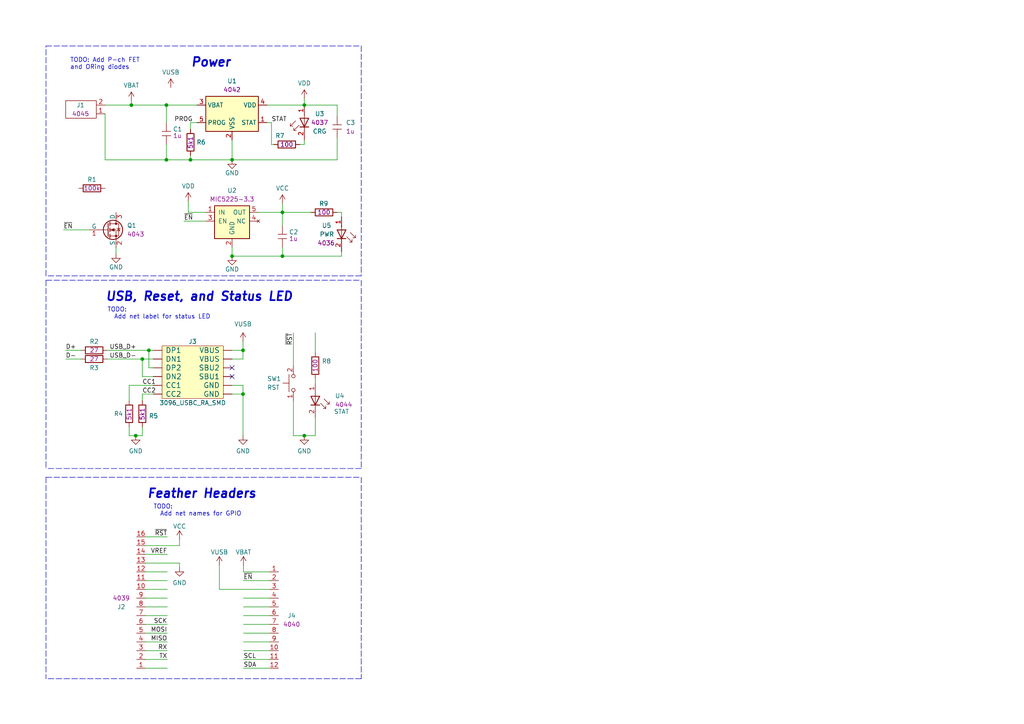
<source format=kicad_sch>
(kicad_sch (version 20211123) (generator eeschema)
  (paper "A4")
  (lib_symbols
    (symbol "Shulltronics_Connectors:3096_USBC_RA_SMD" (pin_numbers hide) (pin_names (offset 1.016))
      (property "Reference" "J" (at 0 8.89 0))
      (property "Value" "3096_USBC_RA_SMD" (at 0 -8.89 0))
      (symbol "3096_USBC_RA_SMD_1_1"
        (rectangle (start -8.89 7.62) (end 8.89 -7.62) (stroke (width 0.127)) (fill (type background)))
        (pin power_in line (at 11.43 -6.35 180) (length 2.54) (name "GND") (number "A1/B12"))
        (pin power_in line (at 11.43 3.81 180) (length 2.54) (name "VBUS") (number "A4/B9"))
        (pin bidirectional line (at -11.43 -3.81 0) (length 2.54) (name "CC1") (number "A5"))
        (pin bidirectional line (at -11.43 6.35 0) (length 2.54) (name "DP1") (number "A6"))
        (pin bidirectional line (at -11.43 3.81 0) (length 2.54) (name "DN1") (number "A7"))
        (pin bidirectional line (at 11.43 -1.27 180) (length 2.54) (name "SBU1") (number "A8"))
        (pin power_in line (at 11.43 -3.81 180) (length 2.54) (name "GND") (number "B1/A12"))
        (pin power_in line (at 11.43 6.35 180) (length 2.54) (name "VBUS") (number "B4/A9"))
        (pin bidirectional line (at -11.43 -6.35 0) (length 2.54) (name "CC2") (number "B5"))
        (pin bidirectional line (at -11.43 1.27 0) (length 2.54) (name "DP2") (number "B6"))
        (pin bidirectional line (at -11.43 -1.27 0) (length 2.54) (name "DN2") (number "B7"))
        (pin bidirectional line (at 11.43 1.27 180) (length 2.54) (name "SBU2") (number "B8"))
      )
    )
    (symbol "Shulltronics_Connectors:4039_Header_Male_Vert_16pin_0.1in" (pin_names (offset 1.016))
      (property "Reference" "J" (at -1.27 22.86 0))
      (property "SPN" "4039" (at -1.27 -21.59 0))
      (symbol "4039_Header_Male_Vert_16pin_0.1in_0_0"
        (pin passive line (at -2.54 -19.05 0) (length 2.54) (name "~") (number "1"))
      )
      (symbol "4039_Header_Male_Vert_16pin_0.1in_1_1"
        (pin passive line (at -2.54 3.81 0) (length 2.54) (name "~") (number "10"))
        (pin passive line (at -2.54 6.35 0) (length 2.54) (name "") (number "11"))
        (pin passive line (at -2.54 8.89 0) (length 2.54) (name "") (number "12"))
        (pin passive line (at -2.54 11.43 0) (length 2.54) (name "") (number "13"))
        (pin passive line (at -2.54 13.97 0) (length 2.54) (name "") (number "14"))
        (pin passive line (at -2.54 16.51 0) (length 2.54) (name "") (number "15"))
        (pin passive line (at -2.54 19.05 0) (length 2.54) (name "") (number "16"))
        (pin passive line (at -2.54 -16.51 0) (length 2.54) (name "~") (number "2"))
        (pin passive line (at -2.54 -13.97 0) (length 2.54) (name "~") (number "3"))
        (pin passive line (at -2.54 -11.43 0) (length 2.54) (name "~") (number "4"))
        (pin passive line (at -2.54 -8.89 0) (length 2.54) (name "~") (number "5"))
        (pin passive line (at -2.54 -6.35 0) (length 2.54) (name "~") (number "6"))
        (pin passive line (at -2.54 -3.81 0) (length 2.54) (name "~") (number "7"))
        (pin passive line (at -2.54 -1.27 0) (length 2.54) (name "~") (number "8"))
        (pin passive line (at -2.54 1.27 0) (length 2.54) (name "~") (number "9"))
      )
    )
    (symbol "Shulltronics_Connectors:4040_Header_Male_Vert_12pin_0.1in" (pin_names (offset 1.016))
      (property "Reference" "J" (at -1.27 22.86 0))
      (property "SPN" "4040" (at -1.27 -16.51 0))
      (symbol "4040_Header_Male_Vert_12pin_0.1in_0_0"
        (pin passive line (at -2.54 -13.97 0) (length 2.54) (name "~") (number "1"))
      )
      (symbol "4040_Header_Male_Vert_12pin_0.1in_1_1"
        (pin passive line (at -2.54 8.89 0) (length 2.54) (name "~") (number "10"))
        (pin passive line (at -2.54 11.43 0) (length 2.54) (name "") (number "11"))
        (pin passive line (at -2.54 13.97 0) (length 2.54) (name "") (number "12"))
        (pin passive line (at -2.54 -11.43 0) (length 2.54) (name "~") (number "2"))
        (pin passive line (at -2.54 -8.89 0) (length 2.54) (name "~") (number "3"))
        (pin passive line (at -2.54 -6.35 0) (length 2.54) (name "~") (number "4"))
        (pin passive line (at -2.54 -3.81 0) (length 2.54) (name "~") (number "5"))
        (pin passive line (at -2.54 -1.27 0) (length 2.54) (name "~") (number "6"))
        (pin passive line (at -2.54 1.27 0) (length 2.54) (name "~") (number "7"))
        (pin passive line (at -2.54 3.81 0) (length 2.54) (name "~") (number "8"))
        (pin passive line (at -2.54 6.35 0) (length 2.54) (name "~") (number "9"))
      )
    )
    (symbol "Shulltronics_Connectors:4045_Connector_PH_2pos_RA_SMD" (pin_names (offset 1.016))
      (property "Reference" "J" (at 3.81 5.08 0))
      (property "SPN" "4045" (at 7.62 1.27 0))
      (symbol "4045_Connector_PH_2pos_RA_SMD_0_1"
        (rectangle (start 2.54 3.81) (end 11.43 -1.27))
      )
      (symbol "4045_Connector_PH_2pos_RA_SMD_1_1"
        (pin passive line (at 0 2.54 0) (length 2.54) (name "~") (number "1"))
        (pin passive line (at 0 0 0) (length 2.54) (name "~") (number "2"))
      )
    )
    (symbol "Shulltronics_ElectroMechanical:4012_PushButton_NO_SMD" (pin_names hide)
      (property "Reference" "SW" (at 0 -1.905 0))
      (symbol "4012_PushButton_NO_SMD_0_1"
        (circle (center -2.032 0) (radius 0.508))
        (polyline (pts (xy 0 1.27) (xy 0 3.048)))
        (polyline (pts (xy 2.54 1.27) (xy -2.54 1.27)))
        (circle (center 2.032 0) (radius 0.508))
        (pin passive line (at -5.08 0 0) (length 2.54) (name "1") (number "1"))
        (pin passive line (at 5.08 0 180) (length 2.54) (name "2") (number "2"))
      )
    )
    (symbol "Shulltronics_ICs:4042_MCP73831_Battery_Charger"
      (property "Reference" "U" (at 3.81 6.35 0))
      (property "SPN" "4042" (at -5.08 6.35 0))
      (symbol "4042_MCP73831_Battery_Charger_0_1"
        (rectangle (start -7.62 5.08) (end 7.62 -5.08) (stroke (width 0.254)) (fill (type background)))
      )
      (symbol "4042_MCP73831_Battery_Charger_1_1"
        (pin output line (at -10.16 -2.54 0) (length 2.54) (name "STAT") (number "1"))
        (pin power_in line (at 0 -7.62 90) (length 2.54) (name "VSS") (number "2"))
        (pin power_out line (at 10.16 2.54 180) (length 2.54) (name "VBAT") (number "3"))
        (pin power_in line (at -10.16 2.54 0) (length 2.54) (name "VDD") (number "4"))
        (pin input line (at 10.16 -2.54 180) (length 2.54) (name "PROG") (number "5"))
      )
    )
    (symbol "Shulltronics_Opto:4036_LED_GRN_SMD" (pin_names hide)
      (property "Reference" "U" (at 0 -2.54 0))
      (property "SPN" "4036" (at 0 -5.08 0))
      (symbol "4036_LED_GRN_SMD_0_1"
        (polyline (pts (xy 1.27 0) (xy -2.54 0)))
        (polyline (pts (xy 1.27 1.27) (xy 1.27 -1.27)) (stroke (width 0.254)))
        (polyline (pts (xy -1.27 1.27) (xy -1.27 -1.27) (xy 1.27 0) (xy -1.27 1.27)) (stroke (width 0.254)))
        (polyline (pts (xy -0.508 2.54) (xy 1.016 4.064) (xy 0.254 4.064) (xy 1.016 4.064) (xy 1.016 3.302)))
        (polyline (pts (xy 0.762 1.524) (xy 2.286 3.048) (xy 1.524 3.048) (xy 2.286 3.048) (xy 2.286 2.286)))
      )
      (symbol "4036_LED_GRN_SMD_1_1"
        (pin input line (at -5.08 0 0) (length 3.048) (name "A") (number "1"))
        (pin input line (at 5.08 0 180) (length 3.81) (name "K") (number "2"))
      )
    )
    (symbol "Shulltronics_Opto:4037_LED_YLW_SMD" (pin_names hide)
      (property "Reference" "U" (at 0 -2.54 0))
      (property "SPN" "4037" (at 0 -5.08 0))
      (symbol "4037_LED_YLW_SMD_0_1"
        (polyline (pts (xy 1.27 0) (xy -2.54 0)))
        (polyline (pts (xy 1.27 1.27) (xy 1.27 -1.27)) (stroke (width 0.254)))
        (polyline (pts (xy -1.27 1.27) (xy -1.27 -1.27) (xy 1.27 0) (xy -1.27 1.27)) (stroke (width 0.254)))
        (polyline (pts (xy -0.508 2.54) (xy 1.016 4.064) (xy 0.254 4.064) (xy 1.016 4.064) (xy 1.016 3.302)))
        (polyline (pts (xy 0.762 1.524) (xy 2.286 3.048) (xy 1.524 3.048) (xy 2.286 3.048) (xy 2.286 2.286)))
      )
      (symbol "4037_LED_YLW_SMD_1_1"
        (pin input line (at -5.08 0 0) (length 3.048) (name "A") (number "1"))
        (pin input line (at 5.08 0 180) (length 3.81) (name "K") (number "2"))
      )
    )
    (symbol "Shulltronics_Opto:4044_LED_RED_SMD" (pin_names hide)
      (property "Reference" "U" (at 0 -2.54 0))
      (property "SPN" "4044" (at 0 -5.08 0))
      (symbol "4044_LED_RED_SMD_0_1"
        (polyline (pts (xy 1.27 0) (xy -2.54 0)))
        (polyline (pts (xy 1.27 1.27) (xy 1.27 -1.27)) (stroke (width 0.254)))
        (polyline (pts (xy -1.27 1.27) (xy -1.27 -1.27) (xy 1.27 0) (xy -1.27 1.27)) (stroke (width 0.254)))
        (polyline (pts (xy -0.508 2.54) (xy 1.016 4.064) (xy 0.254 4.064) (xy 1.016 4.064) (xy 1.016 3.302)))
        (polyline (pts (xy 0.762 1.524) (xy 2.286 3.048) (xy 1.524 3.048) (xy 2.286 3.048) (xy 2.286 2.286)))
      )
      (symbol "4044_LED_RED_SMD_1_1"
        (pin input line (at -5.08 0 0) (length 3.048) (name "A") (number "1"))
        (pin input line (at 5.08 0 180) (length 3.81) (name "K") (number "2"))
      )
    )
    (symbol "Shulltronics_Passives:4009_Resistor_SMD_5k1_0.10W_1%" (pin_numbers hide) (pin_names (offset 0) hide)
      (property "Reference" "R" (at 0 0 90))
      (property "Val" "5k1" (at 2.54 0 90))
      (symbol "4009_Resistor_SMD_5k1_0.10W_1%_1_1"
        (rectangle (start -1.016 -2.54) (end 1.016 2.54) (stroke (width 0.254)))
        (pin passive line (at 0 3.81 270) (length 1.27) (name "~") (number "1"))
        (pin passive line (at 0 -3.81 90) (length 1.27) (name "~") (number "2"))
      )
    )
    (symbol "Shulltronics_Passives:4011_Resistor_SMD_27_0.125W_1%" (pin_numbers hide) (pin_names (offset 0) hide)
      (property "Reference" "R" (at 0 0 90))
      (property "Val" "27" (at 2.54 0 90))
      (symbol "4011_Resistor_SMD_27_0.125W_1%_1_1"
        (rectangle (start -1.016 -2.54) (end 1.016 2.54) (stroke (width 0.254)))
        (pin passive line (at 0 3.81 270) (length 1.27) (name "~") (number "1"))
        (pin passive line (at 0 -3.81 90) (length 1.27) (name "~") (number "2"))
      )
    )
    (symbol "Shulltronics_Passives:4013_Capacitor_1u_16V_0402" (pin_numbers hide) (pin_names (offset 1.016) hide)
      (property "Reference" "C" (at -3.81 2.54 0))
      (property "Val" "1u" (at 2.54 2.54 0))
      (symbol "4013_Capacitor_1u_16V_0402_1_1"
        (polyline (pts (xy -1.27 -1.27) (xy -1.27 1.27)))
        (polyline (pts (xy 0 1.27) (xy 0 -1.27)))
        (pin passive line (at -3.81 0 0) (length 2.54) (name "~") (number "1"))
        (pin passive line (at 2.54 0 180) (length 2.54) (name "~") (number "2"))
      )
    )
    (symbol "Shulltronics_Passives:4017_Resistor_SMD_100k_0.125W_1%_1" (pin_numbers hide) (pin_names (offset 0) hide)
      (property "Reference" "R" (at 0 0 90))
      (property "Val" "100k" (at 2.54 0 90))
      (symbol "4017_Resistor_SMD_100k_0.125W_1%_1_1_1"
        (rectangle (start -1.016 -2.54) (end 1.016 2.54) (stroke (width 0.254)))
        (pin passive line (at 0 3.81 270) (length 1.27) (name "~") (number "1"))
        (pin passive line (at 0 -3.81 90) (length 1.27) (name "~") (number "2"))
      )
    )
    (symbol "Shulltronics_Passives:4038_Resistor_SMD_100_0.125W_1%" (pin_numbers hide) (pin_names (offset 0) hide)
      (property "Reference" "R" (at -2.54 0 90))
      (property "Val" "100" (at 0 0 90))
      (symbol "4038_Resistor_SMD_100_0.125W_1%_1_1"
        (rectangle (start -1.016 -2.54) (end 1.016 2.54) (stroke (width 0.254)))
        (pin passive line (at 0 3.81 270) (length 1.27) (name "~") (number "1"))
        (pin passive line (at 0 -3.81 90) (length 1.27) (name "~") (number "2"))
      )
    )
    (symbol "Shulltronics_Regulators:3093_MIC5225_3v3" (pin_names (offset 1.016))
      (property "Reference" "U" (at -8.89 -3.81 0))
      (property "Val" "MIC5225-3.3" (at 0 6.35 0))
      (symbol "3093_MIC5225_3v3_1_1"
        (rectangle (start -5.08 4.445) (end 5.08 -5.08) (stroke (width 0.254)) (fill (type background)))
        (pin power_in line (at -7.62 2.54 0) (length 2.54) (name "IN") (number "1"))
        (pin power_in line (at 0 -7.62 90) (length 2.54) (name "GND") (number "2"))
        (pin input line (at -7.62 0 0) (length 2.54) (name "EN") (number "3"))
        (pin no_connect line (at 7.62 0 180) (length 2.54) (name "NC") (number "4"))
        (pin power_out line (at 7.62 2.54 180) (length 2.54) (name "OUT") (number "5"))
      )
    )
    (symbol "Shulltronics_Sch_Symbols:GND" (power) (pin_names (offset 0))
      (property "Value" "GND" (at 0 -3.81 0))
      (symbol "GND_0_1"
        (polyline (pts (xy 0 0) (xy 0 -1.27) (xy 1.27 -1.27) (xy 0 -2.54) (xy -1.27 -1.27) (xy 0 -1.27)))
      )
      (symbol "GND_1_1"
        (pin power_in line (at 0 0 270) (length 0) hide (name "GND") (number "1"))
      )
    )
    (symbol "Shulltronics_Sch_Symbols:VBAT" (power) (pin_names (offset 0)) (in_bom no)
      (property "Value" "VBAT" (at 0 3.81 0))
      (symbol "VBAT_0_1"
        (polyline (pts (xy -0.762 1.27) (xy 0 2.54)))
        (polyline (pts (xy 0 0) (xy 0 2.54)))
        (polyline (pts (xy 0 2.54) (xy 0.762 1.27)))
      )
      (symbol "VBAT_1_1"
        (pin power_in line (at 0 0 90) (length 0) hide (name "VBAT") (number "1"))
      )
    )
    (symbol "Shulltronics_Sch_Symbols:VCC" (power) (pin_names (offset 0)) (in_bom no)
      (property "Value" "VCC" (at 0 3.81 0))
      (symbol "VCC_0_1"
        (polyline (pts (xy -0.762 1.27) (xy 0 2.54)))
        (polyline (pts (xy 0 0) (xy 0 2.54)))
        (polyline (pts (xy 0 2.54) (xy 0.762 1.27)))
      )
      (symbol "VCC_1_1"
        (pin power_in line (at 0 0 90) (length 0) hide (name "VCC") (number "1"))
      )
    )
    (symbol "Shulltronics_Sch_Symbols:VDD" (power) (pin_names (offset 0))
      (property "Value" "VDD" (at 0 3.81 0))
      (symbol "VDD_0_1"
        (polyline (pts (xy -0.762 1.27) (xy 0 2.54)))
        (polyline (pts (xy 0 0) (xy 0 2.54)))
        (polyline (pts (xy 0 2.54) (xy 0.762 1.27)))
      )
      (symbol "VDD_1_1"
        (pin power_in line (at 0 0 90) (length 0) hide (name "VDD") (number "1"))
      )
    )
    (symbol "Shulltronics_Sch_Symbols:VUSB" (power) (pin_names (offset 0)) (in_bom no)
      (property "Value" "VUSB" (at 0 3.81 0))
      (symbol "VUSB_0_1"
        (polyline (pts (xy -0.762 1.27) (xy 0 2.54)))
        (polyline (pts (xy 0 0) (xy 0 2.54)))
        (polyline (pts (xy 0 2.54) (xy 0.762 1.27)))
      )
      (symbol "VUSB_1_1"
        (pin power_in line (at 0 0 90) (length 0) hide (name "VUSB") (number "1"))
      )
    )
    (symbol "Shulltronics_Semiconductors:4043_DMG3414_Nch_Mosfet_SOT23-3" (pin_names (offset 0))
      (property "Reference" "Q" (at 3.81 2.54 0))
      (property "SPN" "4043" (at 5.08 -2.54 0))
      (symbol "4043_DMG3414_Nch_Mosfet_SOT23-3_0_1"
        (polyline (pts (xy -1.016 0) (xy -3.81 0)))
        (polyline (pts (xy -1.016 1.905) (xy -1.016 -1.905)) (stroke (width 0.254)))
        (polyline (pts (xy -0.508 -1.27) (xy -0.508 -2.286)) (stroke (width 0.254)))
        (polyline (pts (xy -0.508 0.508) (xy -0.508 -0.508)) (stroke (width 0.254)))
        (polyline (pts (xy -0.508 2.286) (xy -0.508 1.27)) (stroke (width 0.254)))
        (polyline (pts (xy 1.27 2.54) (xy 1.27 1.778)))
        (polyline (pts (xy 1.27 -2.54) (xy 1.27 0) (xy -0.508 0)))
        (polyline (pts (xy -0.508 -1.778) (xy 2.032 -1.778) (xy 2.032 1.778) (xy -0.508 1.778)))
        (polyline (pts (xy -0.254 0) (xy 0.762 0.381) (xy 0.762 -0.381) (xy -0.254 0)) (fill (type outline)))
        (polyline (pts (xy 1.524 0.508) (xy 1.651 0.381) (xy 2.413 0.381) (xy 2.54 0.254)))
        (polyline (pts (xy 2.032 0.381) (xy 1.651 -0.254) (xy 2.413 -0.254) (xy 2.032 0.381)))
        (circle (center 0.381 0) (radius 2.794) (stroke (width 0.254)))
        (circle (center 1.27 -1.778) (radius 0.254) (fill (type outline)))
        (circle (center 1.27 1.778) (radius 0.254) (fill (type outline)))
      )
      (symbol "4043_DMG3414_Nch_Mosfet_SOT23-3_1_1"
        (pin input line (at -6.35 0 0) (length 2.54) (name "G") (number "1"))
        (pin passive line (at 1.27 -5.08 90) (length 2.54) (name "S") (number "2"))
        (pin passive line (at 1.27 5.08 270) (length 2.54) (name "D") (number "3"))
      )
    )
    (symbol "VUSB_1" (power) (pin_names (offset 0)) (in_bom no)
      (property "Value" "VUSB_1" (at 0 3.81 0))
      (symbol "VUSB_1_0_1"
        (polyline (pts (xy -0.762 1.27) (xy 0 2.54)))
        (polyline (pts (xy 0 0) (xy 0 2.54)))
        (polyline (pts (xy 0 2.54) (xy 0.762 1.27)))
      )
      (symbol "VUSB_1_1_1"
        (pin power_in line (at 0 0 90) (length 0) hide (name "VUSB") (number "1"))
      )
    )
    (symbol "VUSB_2" (power) (pin_names (offset 0)) (in_bom no)
      (property "Value" "VUSB_2" (at 0 3.81 0))
      (symbol "VUSB_2_0_1"
        (polyline (pts (xy -0.762 1.27) (xy 0 2.54)))
        (polyline (pts (xy 0 0) (xy 0 2.54)))
        (polyline (pts (xy 0 2.54) (xy 0.762 1.27)))
      )
      (symbol "VUSB_2_1_1"
        (pin power_in line (at 0 0 90) (length 0) hide (name "VUSB") (number "1"))
      )
    )
  )
  (junction (at 70.485 101.6))
  (junction (at 43.18 101.6))
  (junction (at 81.915 61.595))
  (junction (at 39.37 126.365))
  (junction (at 48.26 46.355))
  (junction (at 88.265 30.48))
  (junction (at 55.245 46.355))
  (junction (at 38.1 30.48))
  (junction (at 88.265 126.365))
  (junction (at 81.915 74.295))
  (junction (at 70.485 114.3))
  (junction (at 48.26 30.48))
  (junction (at 67.31 46.355))
  (junction (at 67.31 74.295))
  (junction (at 41.275 104.14))
  (no_connect (at 67.31 106.68))
  (no_connect (at 67.31 109.22))
  (wire (pts (xy 55.245 46.355) (xy 55.245 45.085)))
  (wire (pts (xy 54.61 61.595) (xy 59.69 61.595)))
  (wire (pts (xy 78.232 188.722) (xy 70.612 188.722)))
  (wire (pts (xy 41.275 114.3) (xy 41.275 116.205)))
  (wire (pts (xy 78.232 191.262) (xy 70.612 191.262)))
  (wire (pts (xy 42.164 176.022) (xy 48.514 176.022)))
  (wire (pts (xy 19.05 104.14) (xy 23.495 104.14)))
  (wire (pts (xy 41.275 104.14) (xy 44.45 104.14)))
  (wire (pts (xy 52.07 156.464) (xy 52.07 158.242)))
  (wire (pts (xy 48.26 30.48) (xy 57.15 30.48)))
  (wire (pts (xy 97.79 61.595) (xy 99.06 61.595)))
  (polyline (pts (xy 13.335 138.43) (xy 104.775 138.43)))
  (wire (pts (xy 52.07 164.592) (xy 52.07 163.322)))
  (wire (pts (xy 78.74 41.91) (xy 79.375 41.91)))
  (wire (pts (xy 38.1 30.48) (xy 48.26 30.48)))
  (wire (pts (xy 48.514 181.102) (xy 42.164 181.102)))
  (wire (pts (xy 67.31 71.755) (xy 67.31 74.295)))
  (wire (pts (xy 30.48 46.355) (xy 30.48 33.02)))
  (wire (pts (xy 78.232 193.802) (xy 70.612 193.802)))
  (wire (pts (xy 70.612 163.957) (xy 70.612 165.862)))
  (wire (pts (xy 78.232 186.182) (xy 70.612 186.182)))
  (polyline (pts (xy 13.335 13.335) (xy 104.775 13.335)))
  (wire (pts (xy 55.245 35.56) (xy 55.245 37.465)))
  (wire (pts (xy 37.465 111.76) (xy 44.45 111.76)))
  (wire (pts (xy 41.275 126.365) (xy 41.275 123.825)))
  (wire (pts (xy 70.485 126.365) (xy 70.485 114.3)))
  (wire (pts (xy 78.232 181.102) (xy 70.612 181.102)))
  (polyline (pts (xy 104.775 81.28) (xy 104.775 135.89)))
  (polyline (pts (xy 13.335 80.01) (xy 13.335 13.335)))
  (wire (pts (xy 85.09 126.365) (xy 85.09 116.205)))
  (wire (pts (xy 81.915 61.595) (xy 81.915 65.405)))
  (wire (pts (xy 31.115 104.14) (xy 41.275 104.14)))
  (wire (pts (xy 43.18 101.6) (xy 44.45 101.6)))
  (polyline (pts (xy 13.335 138.43) (xy 13.335 196.85)))
  (wire (pts (xy 37.465 123.825) (xy 37.465 126.365)))
  (wire (pts (xy 88.265 41.91) (xy 88.265 40.64)))
  (wire (pts (xy 42.164 160.782) (xy 48.514 160.782)))
  (wire (pts (xy 48.514 191.262) (xy 42.164 191.262)))
  (wire (pts (xy 78.232 178.562) (xy 70.612 178.562)))
  (wire (pts (xy 85.09 96.52) (xy 85.09 106.045)))
  (polyline (pts (xy 104.775 196.85) (xy 13.335 196.85)))
  (wire (pts (xy 48.514 155.702) (xy 42.164 155.702)))
  (wire (pts (xy 37.465 126.365) (xy 39.37 126.365)))
  (wire (pts (xy 88.265 126.365) (xy 91.44 126.365)))
  (wire (pts (xy 63.627 170.942) (xy 78.232 170.942)))
  (polyline (pts (xy 104.775 135.89) (xy 13.335 135.89)))
  (wire (pts (xy 78.232 183.642) (xy 70.612 183.642)))
  (wire (pts (xy 81.915 74.295) (xy 99.06 74.295)))
  (wire (pts (xy 67.31 46.355) (xy 97.79 46.355)))
  (wire (pts (xy 67.31 74.295) (xy 81.915 74.295)))
  (wire (pts (xy 99.06 61.595) (xy 99.06 62.865)))
  (wire (pts (xy 67.31 46.355) (xy 55.245 46.355)))
  (polyline (pts (xy 104.775 13.335) (xy 104.775 80.01)))
  (wire (pts (xy 42.164 158.242) (xy 52.07 158.242)))
  (wire (pts (xy 42.164 178.562) (xy 48.514 178.562)))
  (wire (pts (xy 41.275 109.22) (xy 44.45 109.22)))
  (wire (pts (xy 57.15 35.56) (xy 55.245 35.56)))
  (wire (pts (xy 88.265 30.48) (xy 77.47 30.48)))
  (wire (pts (xy 44.45 114.3) (xy 41.275 114.3)))
  (wire (pts (xy 70.612 165.862) (xy 78.232 165.862)))
  (wire (pts (xy 99.06 74.295) (xy 99.06 73.025)))
  (wire (pts (xy 70.485 104.14) (xy 67.31 104.14)))
  (wire (pts (xy 54.61 58.42) (xy 54.61 61.595)))
  (wire (pts (xy 42.164 193.802) (xy 48.514 193.802)))
  (wire (pts (xy 86.995 41.91) (xy 88.265 41.91)))
  (wire (pts (xy 91.44 96.52) (xy 91.44 102.235)))
  (polyline (pts (xy 13.335 81.28) (xy 104.775 81.28)))
  (wire (pts (xy 88.265 126.365) (xy 85.09 126.365)))
  (wire (pts (xy 67.31 114.3) (xy 70.485 114.3)))
  (wire (pts (xy 70.485 111.76) (xy 67.31 111.76)))
  (wire (pts (xy 91.44 126.365) (xy 91.44 121.285)))
  (wire (pts (xy 19.05 101.6) (xy 23.495 101.6)))
  (wire (pts (xy 48.514 186.182) (xy 42.164 186.182)))
  (wire (pts (xy 48.26 30.48) (xy 48.26 35.56)))
  (polyline (pts (xy 13.335 81.28) (xy 13.335 135.89)))
  (wire (pts (xy 48.514 183.642) (xy 42.164 183.642)))
  (wire (pts (xy 70.485 101.6) (xy 70.485 104.14)))
  (wire (pts (xy 70.485 99.06) (xy 70.485 101.6)))
  (wire (pts (xy 48.26 41.91) (xy 48.26 46.355)))
  (wire (pts (xy 97.79 33.655) (xy 97.79 30.48)))
  (wire (pts (xy 48.514 173.482) (xy 42.164 173.482)))
  (wire (pts (xy 48.26 46.355) (xy 30.48 46.355)))
  (wire (pts (xy 41.275 104.14) (xy 41.275 109.22)))
  (wire (pts (xy 33.655 71.755) (xy 33.655 73.66)))
  (wire (pts (xy 63.627 163.957) (xy 63.627 170.942)))
  (wire (pts (xy 48.514 165.862) (xy 42.164 165.862)))
  (wire (pts (xy 70.485 114.3) (xy 70.485 111.76)))
  (wire (pts (xy 48.26 46.355) (xy 55.245 46.355)))
  (wire (pts (xy 48.514 170.942) (xy 42.164 170.942)))
  (wire (pts (xy 81.915 61.595) (xy 90.17 61.595)))
  (wire (pts (xy 78.232 176.022) (xy 70.612 176.022)))
  (wire (pts (xy 52.07 163.322) (xy 42.164 163.322)))
  (wire (pts (xy 97.79 46.355) (xy 97.79 40.005)))
  (wire (pts (xy 43.18 106.68) (xy 43.18 101.6)))
  (wire (pts (xy 78.232 173.482) (xy 70.612 173.482)))
  (wire (pts (xy 81.915 71.755) (xy 81.915 74.295)))
  (wire (pts (xy 37.465 116.205) (xy 37.465 111.76)))
  (wire (pts (xy 38.1 29.21) (xy 38.1 30.48)))
  (wire (pts (xy 91.44 109.855) (xy 91.44 111.125)))
  (wire (pts (xy 97.79 30.48) (xy 88.265 30.48)))
  (wire (pts (xy 53.34 64.135) (xy 59.69 64.135)))
  (wire (pts (xy 31.115 101.6) (xy 43.18 101.6)))
  (wire (pts (xy 44.45 106.68) (xy 43.18 106.68)))
  (wire (pts (xy 39.37 126.365) (xy 41.275 126.365)))
  (wire (pts (xy 48.514 168.402) (xy 42.164 168.402)))
  (wire (pts (xy 81.915 59.055) (xy 81.915 61.595)))
  (polyline (pts (xy 104.775 138.43) (xy 104.775 196.85)))
  (wire (pts (xy 88.265 28.575) (xy 88.265 30.48)))
  (polyline (pts (xy 104.775 80.01) (xy 13.335 80.01)))
  (wire (pts (xy 74.93 61.595) (xy 81.915 61.595)))
  (wire (pts (xy 78.74 35.56) (xy 77.47 35.56)))
  (wire (pts (xy 48.514 188.722) (xy 42.164 188.722)))
  (wire (pts (xy 78.74 35.56) (xy 78.74 41.91)))
  (wire (pts (xy 30.48 30.48) (xy 38.1 30.48)))
  (wire (pts (xy 18.415 66.675) (xy 26.035 66.675)))
  (wire (pts (xy 67.31 40.64) (xy 67.31 46.355)))
  (wire (pts (xy 67.31 101.6) (xy 70.485 101.6)))
  (wire (pts (xy 78.232 168.402) (xy 70.612 168.402)))
  (text "TODO:\n  Add net names for GPIO" (at 44.45 149.86 0) (effects (font (size 1.27 1.27)) (justify left bottom)))
  (text "USB, Reset, and Status LED" (at 30.48 87.63 0) (effects (font (size 2.54 2.54) bold italic) (justify left bottom)))
  (text "Feather Headers" (at 42.545 144.78 0) (effects (font (size 2.54 2.54) bold italic) (justify left bottom)))
  (text "Power" (at 55.245 19.685 0) (effects (font (size 2.54 2.54) (thickness 0.508) bold italic) (justify left bottom)))
  (text "TODO: Add P-ch FET\nand ORing diodes" (at 20.32 20.32 0) (effects (font (size 1.27 1.27)) (justify left bottom)))
  (text "TODO:\n  Add net label for status LED" (at 31.115 92.71 0) (effects (font (size 1.27 1.27)) (justify left bottom)))
  (label "MOSI" (at 48.514 183.642 180))
  (label "SDA" (at 70.612 193.802 0))
  (label "PROG" (at 55.88 35.56 180))
  (label "SCL" (at 70.612 191.262 0))
  (label "USB_D-" (at 31.75 104.14 0))
  (label "~{EN}" (at 53.34 64.135 0))
  (label "D+" (at 19.05 101.6 0))
  (label "MISO" (at 48.514 186.182 180))
  (label "VREF" (at 48.514 160.782 180))
  (label "RX" (at 48.514 188.722 180))
  (label "~{EN}" (at 18.415 66.675 0))
  (label "TX" (at 48.514 191.262 180))
  (label "~{RST}" (at 48.514 155.702 180))
  (label "STAT" (at 78.74 35.56 0))
  (label "CC2" (at 41.275 114.3 0))
  (label "CC1" (at 41.275 111.76 0))
  (label "D-" (at 19.05 104.14 0))
  (label "~{RST}" (at 85.09 96.52 270))
  (label "~{EN}" (at 70.612 168.402 0))
  (label "SCK" (at 48.514 181.102 180))
  (label "USB_D+" (at 31.75 101.6 0))
  (symbol (lib_id "Shulltronics_Sch_Symbols:VCC") (at 52.07 156.464 0) (unit 1) (in_bom no)
    (property "Reference" "#PWR05" (effects hide))
    (property "Value" "VCC" (at 52.07 152.654 0))
  )
  (symbol (lib_id "Shulltronics_Sch_Symbols:GND") (at 67.31 46.355 0) (unit 1)
    (property "Reference" "#PWR09" (effects hide))
    (property "Value" "GND" (at 67.31 50.165 0))
  )
  (symbol (lib_id "Shulltronics_Regulators:3093_MIC5225_3v3") (at 67.31 64.135 0) (unit 1)
    (property "Reference" "U2" (at 67.31 55.245 0))
    (property "Value" "3093_MIC5225_3v3" (effects hide))
    (property "Footprint" "Shulltronics_Regulators:3093_MIC5225_3v3_LDO" (effects hide))
    (property "Datasheet" "https://ww1.microchip.com/downloads/en/DeviceDoc/mic5225.pdf" (effects hide))
    (property "SPN" "3093" (effects hide))
    (property "Val" "MIC5225-3.3" (at 67.31 57.785 0))
  )
  (symbol (lib_id "Shulltronics_Passives:4038_Resistor_SMD_100_0.125W_1%") (at 91.44 106.045 0) (unit 1)
    (property "Reference" "R8" (at 93.345 104.7749 0) (effects (justify left)))
    (property "Value" "4038_Resistor_SMD_100_0.125W_1%" (effects hide))
    (property "Footprint" "Shulltronics_Generics:RES-0402" (effects hide))
    (property "Datasheet" "https://www.te.com/commerce/DocumentDelivery/DDEController?Action=srchrtrv&DocNm=9-1773463-9&DocType=DS&DocLang=English" (effects hide))
    (property "SPN" "4038" (effects hide))
    (property "Val" "100" (at 91.44 107.95 90) (effects (justify left)))
  )
  (symbol (lib_id "Shulltronics_Opto:4044_LED_RED_SMD") (at 91.44 116.205 270) (unit 1)
    (property "Reference" "U4" (at 97.155 114.8079 90) (effects (justify left)))
    (property "Value" "STAT" (at 99.06 119.38 90))
    (property "Footprint" "Shulltronics_Generics:LED_0402" (effects hide))
    (property "Datasheet" "https://docs.broadcom.com/doc/AV02-0602EN" (effects hide))
    (property "SPN" "4044" (at 97.155 117.3479 90) (effects (justify left)))
  )
  (symbol (lib_id "Shulltronics_Passives:4017_Resistor_SMD_100k_0.125W_1%_1") (at 26.67 54.61 90) (unit 1)
    (property "Reference" "R1" (at 26.67 52.07 90))
    (property "Value" "4017_Resistor_SMD_100k_0.125W_1%_1" (effects hide))
    (property "Footprint" "Shulltronics_Generics:RES-0402" (effects hide))
    (property "Datasheet" "https://www.te.com/commerce/DocumentDelivery/DDEController?Action=srchrtrv&DocNm=9-1773463-9&DocType=DS&DocLang=English" (effects hide))
    (property "SPN" "4017" (effects hide))
    (property "Val" "100k" (at 26.67 54.61 90))
  )
  (symbol (lib_id "Shulltronics_Passives:4038_Resistor_SMD_100_0.125W_1%") (at 93.98 61.595 90) (unit 1)
    (property "Reference" "R9" (at 95.25 59.055 90) (effects (justify left)))
    (property "Value" "4038_Resistor_SMD_100_0.125W_1%" (effects hide))
    (property "Footprint" "Shulltronics_Generics:RES-0402" (effects hide))
    (property "Datasheet" "https://www.te.com/commerce/DocumentDelivery/DDEController?Action=srchrtrv&DocNm=9-1773463-9&DocType=DS&DocLang=English" (effects hide))
    (property "SPN" "4038" (effects hide))
    (property "Val" "100" (at 95.885 61.595 90) (effects (justify left)))
  )
  (symbol (lib_id "Shulltronics_Passives:4013_Capacitor_1u_16V_0402") (at 81.915 67.945 90) (unit 1)
    (property "Reference" "C2" (at 83.82 67.31 90) (effects (justify right)))
    (property "Value" "4013_Capacitor_1u_16V_0402" (effects hide))
    (property "Footprint" "Shulltronics_Generics:C_0402_HandSolder" (effects hide))
    (property "Datasheet" "https://media.digikey.com/pdf/Data%20Sheets/Samsung%20PDFs/CL05A104KA5NNNC.pdf" (effects hide))
    (property "SPN" "4013" (effects hide))
    (property "Val" "1u" (at 83.82 69.215 90) (effects (justify right)))
  )
  (symbol (lib_id "Shulltronics_Sch_Symbols:VCC") (at 81.915 59.055 0) (unit 1) (in_bom no)
    (property "Reference" "#PWR014" (effects hide))
    (property "Value" "VCC" (at 81.915 54.61 0))
  )
  (symbol (lib_id "Shulltronics_Sch_Symbols:VDD") (at 54.61 58.42 0) (unit 1)
    (property "Reference" "#PWR07" (effects hide))
    (property "Value" "VDD" (at 54.61 53.975 0))
  )
  (symbol (lib_id "Shulltronics_Opto:4036_LED_GRN_SMD") (at 99.06 67.945 270) (unit 1)
    (property "Reference" "U5" (at 93.345 65.405 90) (effects (justify left)))
    (property "Value" "PWR" (at 92.71 67.945 90) (effects (justify left)))
    (property "Footprint" "Shulltronics_Generics:LED_0402" (effects hide))
    (property "Datasheet" "https://docs.broadcom.com/doc/AV02-0602EN" (effects hide))
    (property "SPN" "4036" (at 92.075 70.485 90) (effects (justify left)))
  )
  (symbol (lib_id "Shulltronics_Passives:4013_Capacitor_1u_16V_0402") (at 97.79 36.195 90) (unit 1)
    (property "Reference" "C3" (at 100.33 35.5599 90) (effects (justify right)))
    (property "Value" "4013_Capacitor_1u_16V_0402" (effects hide))
    (property "Footprint" "Shulltronics_Generics:C_0402_HandSolder" (effects hide))
    (property "Datasheet" "https://media.digikey.com/pdf/Data%20Sheets/Samsung%20PDFs/CL05A104KA5NNNC.pdf" (effects hide))
    (property "SPN" "4013" (effects hide))
    (property "Val" "1u" (at 100.33 38.0999 90) (effects (justify right)))
  )
  (symbol (lib_id "Shulltronics_ElectroMechanical:4012_PushButton_NO_SMD") (at 85.09 111.125 90) (unit 1)
    (property "Reference" "SW1" (at 77.47 109.855 90) (effects (justify right)))
    (property "Value" "RST" (at 77.47 112.395 90) (effects (justify right)))
    (property "Footprint" "Shulltronics_ElectroMechanical:4012_PushButton_NO_SMD" (effects hide))
    (property "Datasheet" "https://www.we-online.com/catalog/datasheet/434133025816.pdf" (effects hide))
    (property "SPN" "4012" (effects hide))
  )
  (symbol (lib_id "Shulltronics_ICs:4042_MCP73831_Battery_Charger") (at 67.31 33.02 0) (mirror y) (unit 1)
    (property "Reference" "U1" (at 67.31 23.495 0))
    (property "Value" "4042_MCP73831_Battery_Charger" (effects hide))
    (property "Footprint" "Shulltronics_Generics:SOT-23-5" (effects hide))
    (property "Datasheet" "https://ww1.microchip.com/downloads/en/DeviceDoc/MCP73831-Family-Data-Sheet-DS20001984H.pdf" (effects hide))
    (property "SPN" "4042" (at 67.31 26.035 0))
  )
  (symbol (lib_id "Shulltronics_Passives:4011_Resistor_SMD_27_0.125W_1%") (at 27.305 101.6 90) (unit 1)
    (property "Reference" "R2" (at 27.305 99.06 90))
    (property "Value" "4011_Resistor_SMD_27_0.125W_1%" (effects hide))
    (property "Footprint" "Shulltronics_Generics:RES-0402" (effects hide))
    (property "Datasheet" "https://www.te.com/commerce/DocumentDelivery/DDEController?Action=srchrtrv&DocNm=9-1773463-9&DocType=DS&DocLang=English" (effects hide))
    (property "SPN" "4011" (effects hide))
    (property "Val" "27" (at 27.305 101.6 90))
  )
  (symbol (lib_id "Shulltronics_Connectors:3096_USBC_RA_SMD") (at 55.88 107.95 0) (unit 1)
    (property "Reference" "J3" (at 55.88 99.06 0))
    (property "Value" "3096_USBC_RA_SMD" (at 55.88 116.84 0))
    (property "Footprint" "Shulltronics_Connectors:3096_USBC_RA" (effects hide))
    (property "Datasheet" "https://www.molex.com/pdm_docs/sd/2171790001_sd.pdf" (effects hide))
    (property "SPN" "3096" (effects hide))
  )
  (symbol (lib_id "Shulltronics_Passives:4009_Resistor_SMD_5k1_0.10W_1%") (at 37.465 120.015 0) (unit 1)
    (property "Reference" "R4" (at 33.02 120.015 0) (effects (justify left)))
    (property "Value" "4009_Resistor_SMD_5k1_0.10W_1%" (effects hide))
    (property "Footprint" "Shulltronics_Generics:RES-0402" (effects hide))
    (property "Datasheet" "https://industrial.panasonic.com/cdbs/www-data/pdf/RDA0000/AOA0000C304.pdf" (effects hide))
    (property "SPN" "4009" (effects hide))
    (property "Val" "5k1" (at 37.465 121.92 90) (effects (justify left)))
  )
  (symbol (lib_id "Shulltronics_Passives:4009_Resistor_SMD_5k1_0.10W_1%") (at 55.245 41.275 0) (mirror y) (unit 1)
    (property "Reference" "R6" (at 59.69 41.275 0) (effects (justify left)))
    (property "Value" "4009_Resistor_SMD_5k1_0.10W_1%" (effects hide))
    (property "Footprint" "Shulltronics_Generics:RES-0402" (effects hide))
    (property "Datasheet" "https://industrial.panasonic.com/cdbs/www-data/pdf/RDA0000/AOA0000C304.pdf" (effects hide))
    (property "SPN" "4009" (effects hide))
    (property "Val" "5k1" (at 55.245 43.18 90) (effects (justify left)))
  )
  (symbol (lib_id "Shulltronics_Passives:4013_Capacitor_1u_16V_0402") (at 48.26 38.1 90) (unit 1)
    (property "Reference" "C1" (at 50.165 37.465 90) (effects (justify right)))
    (property "Value" "4013_Capacitor_1u_16V_0402" (effects hide))
    (property "Footprint" "Shulltronics_Generics:C_0402_HandSolder" (effects hide))
    (property "Datasheet" "https://media.digikey.com/pdf/Data%20Sheets/Samsung%20PDFs/CL05A104KA5NNNC.pdf" (effects hide))
    (property "SPN" "4013" (effects hide))
    (property "Val" "1u" (at 50.165 39.37 90) (effects (justify right)))
  )
  (symbol (lib_id "Shulltronics_Sch_Symbols:GND") (at 88.265 126.365 0) (unit 1)
    (property "Reference" "#PWR016" (effects hide))
    (property "Value" "GND" (at 88.265 130.81 0))
  )
  (symbol (lib_id "Shulltronics_Sch_Symbols:VBAT") (at 38.1 29.21 0) (unit 1) (in_bom no)
    (property "Reference" "#PWR02" (effects hide))
    (property "Value" "VBAT" (at 38.1 24.765 0))
  )
  (symbol (lib_id "Shulltronics_Sch_Symbols:VBAT") (at 70.612 163.957 0) (unit 1) (in_bom no)
    (property "Reference" "#PWR013" (effects hide))
    (property "Value" "VBAT" (at 70.612 160.147 0))
  )
  (symbol (lib_id "Shulltronics_Sch_Symbols:GND") (at 70.485 126.365 0) (unit 1)
    (property "Reference" "#PWR012" (effects hide))
    (property "Value" "GND" (at 70.485 130.81 0))
  )
  (symbol (lib_id "Shulltronics_Connectors:4039_Header_Male_Vert_16pin_0.1in") (at 39.624 174.752 0) (mirror y) (unit 1)
    (property "Reference" "J2" (at 35.179 176.022 0))
    (property "Value" "4039_Header_Male_Vert_16pin_0.1in" (effects hide))
    (property "Footprint" "Shulltronics_Connectors:4039_Header_16pos_2.54mm" (effects hide))
    (property "Datasheet" "https://www.we-online.com/katalog/datasheet/6130xx11121.pdf" (effects hide))
    (property "SPN" "4039" (at 35.179 173.482 0))
  )
  (symbol (lib_id "Shulltronics_Sch_Symbols:GND") (at 33.655 73.66 0) (unit 1)
    (property "Reference" "#PWR01" (effects hide))
    (property "Value" "GND" (at 33.655 77.47 0))
  )
  (symbol (lib_id "Shulltronics_Sch_Symbols:GND") (at 52.07 164.592 0) (unit 1)
    (property "Reference" "#PWR06" (effects hide))
    (property "Value" "GND" (at 52.07 169.037 0))
  )
  (symbol (lib_id "Shulltronics_Sch_Symbols:VUSB") (at 63.627 163.957 0) (mirror y) (unit 1) (in_bom no)
    (property "Reference" "#PWR08" (effects hide))
    (property "Value" "VUSB" (at 63.627 160.147 0))
  )
  (symbol (lib_name "VUSB_2") (lib_id "Shulltronics_Sch_Symbols:VUSB") (at 49.53 25.4 0) (unit 1) (in_bom no)
    (property "Reference" "#PWR04" (effects hide))
    (property "Value" "VUSB" (at 49.53 20.955 0))
  )
  (symbol (lib_id "Shulltronics_Opto:4037_LED_YLW_SMD") (at 88.265 35.56 90) (mirror x) (unit 1)
    (property "Reference" "U3" (at 92.71 33.02 90))
    (property "Value" "CRG" (at 92.71 38.1 90))
    (property "Footprint" "Shulltronics_Generics:LED_0402" (effects hide))
    (property "Datasheet" "https://docs.broadcom.com/doc/AV02-0602EN" (effects hide))
    (property "SPN" "4037" (at 92.71 35.56 90))
  )
  (symbol (lib_id "Shulltronics_Sch_Symbols:GND") (at 67.31 74.295 0) (unit 1)
    (property "Reference" "#PWR010" (effects hide))
    (property "Value" "GND" (at 67.31 78.105 0))
  )
  (symbol (lib_id "Shulltronics_Passives:4009_Resistor_SMD_5k1_0.10W_1%") (at 41.275 120.015 0) (unit 1)
    (property "Reference" "R5" (at 43.18 120.65 0) (effects (justify left)))
    (property "Value" "4009_Resistor_SMD_5k1_0.10W_1%" (effects hide))
    (property "Footprint" "Shulltronics_Generics:RES-0402" (effects hide))
    (property "Datasheet" "https://industrial.panasonic.com/cdbs/www-data/pdf/RDA0000/AOA0000C304.pdf" (effects hide))
    (property "SPN" "4009" (effects hide))
    (property "Val" "5k1" (at 41.275 121.92 90) (effects (justify left)))
  )
  (symbol (lib_id "Shulltronics_Connectors:4045_Connector_PH_2pos_RA_SMD") (at 30.48 30.48 180) (unit 1)
    (property "Reference" "J1" (at 23.368 30.48 0))
    (property "Value" "4045_Connector_PH_2pos_RA_SMD" (effects hide))
    (property "Footprint" "Shulltronics_Connectors:4045_JST_PH_2pos_RA_SMD" (effects hide))
    (property "Datasheet" "https://www.jst-mfg.com/product/pdf/eng/ePH.pdf" (effects hide))
    (property "SPN" "4045" (at 23.368 33.02 0))
  )
  (symbol (lib_id "Shulltronics_Connectors:4040_Header_Male_Vert_12pin_0.1in") (at 80.772 179.832 0) (mirror x) (unit 1)
    (property "Reference" "J4" (at 84.582 178.562 0))
    (property "Value" "4040_Header_Male_Vert_12pin_0.1in" (effects hide))
    (property "Footprint" "Shulltronics_Connectors:4040_Header_12pos_2.54mm" (effects hide))
    (property "Datasheet" "https://www.we-online.com/katalog/datasheet/6130xx11121.pdf" (effects hide))
    (property "SPN" "4040" (at 84.582 181.102 0))
  )
  (symbol (lib_id "Shulltronics_Sch_Symbols:VDD") (at 88.265 28.575 0) (unit 1)
    (property "Reference" "#PWR015" (effects hide))
    (property "Value" "VDD" (at 88.265 24.13 0))
  )
  (symbol (lib_name "VUSB_1") (lib_id "Shulltronics_Sch_Symbols:VUSB") (at 70.485 99.06 0) (unit 1) (in_bom no)
    (property "Reference" "#PWR011" (effects hide))
    (property "Value" "VUSB" (at 70.485 93.98 0))
  )
  (symbol (lib_id "Shulltronics_Passives:4038_Resistor_SMD_100_0.125W_1%") (at 83.185 41.91 90) (unit 1)
    (property "Reference" "R7" (at 82.55 39.37 90) (effects (justify left)))
    (property "Value" "4038_Resistor_SMD_100_0.125W_1%" (effects hide))
    (property "Footprint" "Shulltronics_Generics:RES-0402" (effects hide))
    (property "Datasheet" "https://www.te.com/commerce/DocumentDelivery/DDEController?Action=srchrtrv&DocNm=9-1773463-9&DocType=DS&DocLang=English" (effects hide))
    (property "SPN" "4038" (effects hide))
    (property "Val" "100" (at 85.09 41.91 90) (effects (justify left)))
  )
  (symbol (lib_id "Shulltronics_Sch_Symbols:GND") (at 39.37 126.365 0) (unit 1)
    (property "Reference" "#PWR03" (effects hide))
    (property "Value" "GND" (at 39.37 130.81 0))
  )
  (symbol (lib_id "Shulltronics_Semiconductors:4043_DMG3414_Nch_Mosfet_SOT23-3") (at 32.385 66.675 0) (unit 1)
    (property "Reference" "Q1" (at 36.83 65.4049 0) (effects (justify left)))
    (property "Value" "4043_DMG3414_Nch_Mosfet_SOT23-3" (effects hide))
    (property "Footprint" "Shulltronics_Generics:SOT-23-3" (effects hide))
    (property "Datasheet" "https://www.diodes.com/assets/Datasheets/DMG3414U.pdf" (effects hide))
    (property "SPN" "4043" (at 36.83 67.9449 0) (effects (justify left)))
  )
  (symbol (lib_id "Shulltronics_Passives:4011_Resistor_SMD_27_0.125W_1%") (at 27.305 104.14 90) (unit 1)
    (property "Reference" "R3" (at 27.305 106.68 90))
    (property "Value" "4011_Resistor_SMD_27_0.125W_1%" (effects hide))
    (property "Footprint" "Shulltronics_Generics:RES-0402" (effects hide))
    (property "Datasheet" "https://www.te.com/commerce/DocumentDelivery/DDEController?Action=srchrtrv&DocNm=9-1773463-9&DocType=DS&DocLang=English" (effects hide))
    (property "SPN" "4011" (effects hide))
    (property "Val" "27" (at 27.305 104.14 90))
  )
)
</source>
